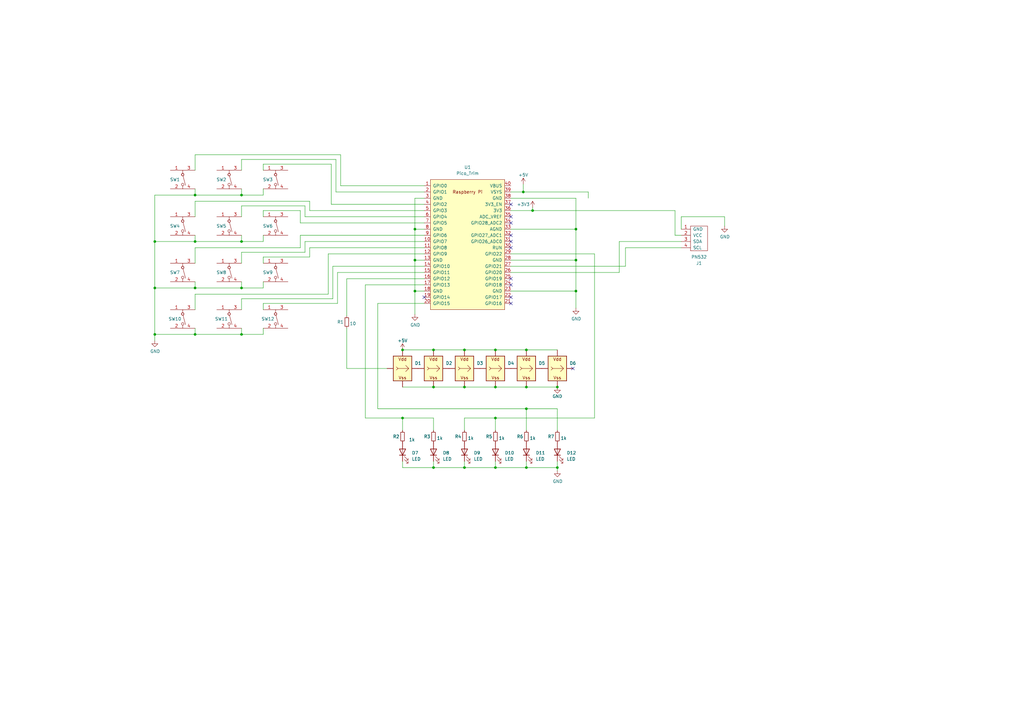
<source format=kicad_sch>
(kicad_sch (version 20230121) (generator eeschema)
  (paper "A3")
  (lib_symbols
    (symbol "Device:LED" (pin_numbers hide) (pin_names (offset 1.016) hide)
      (property "Reference" "D" (at 0 2.54 0))
      (property "Value" "LED" (at 0 -2.54 0))
      (symbol "LED_0_1"
        (polyline (pts (xy -1.27 -1.27) (xy -1.27 1.27)) (stroke (width 0.254)))
        (polyline (pts (xy -1.27 0) (xy 1.27 0)))
        (polyline (pts (xy 1.27 -1.27) (xy 1.27 1.27) (xy -1.27 0) (xy 1.27 -1.27)) (stroke (width 0.254)))
        (polyline (pts (xy -3.048 -0.762) (xy -4.572 -2.286) (xy -3.81 -2.286) (xy -4.572 -2.286) (xy -4.572 -1.524)))
        (polyline (pts (xy -1.778 -0.762) (xy -3.302 -2.286) (xy -2.54 -2.286) (xy -3.302 -2.286) (xy -3.302 -1.524)))
      )
      (symbol "LED_1_1"
        (pin passive line (at -3.81 0 0) (length 2.54) (name "K") (number "1"))
        (pin passive line (at 3.81 0 180) (length 2.54) (name "A") (number "2"))
      )
    )
    (symbol "Device:R_Small" (pin_numbers hide) (pin_names (offset 0.254) hide)
      (property "Reference" "R" (at 0.762 0.508 0))
      (property "Value" "R_Small" (at 0.762 -1.016 0))
      (symbol "R_Small_0_1"
        (rectangle (start -0.762 1.778) (end 0.762 -1.778) (stroke (width 0.2032)))
      )
      (symbol "R_Small_1_1"
        (pin passive line (at 0 2.54 270) (length 0.762) (name "~") (number "1"))
        (pin passive line (at 0 -2.54 90) (length 0.762) (name "~") (number "2"))
      )
    )
    (symbol "aic_pico:PN532" (pin_names (offset 1.016))
      (property "Reference" "J" (at -1.27 6.35 0))
      (property "Value" "PN532" (at 1.27 -6.985 0))
      (symbol "PN532_1_1"
        (rectangle (start -2.54 5.08) (end 4.445 -5.08))
        (pin power_in line (at -6.35 3.81 0) (length 3.81) (name "GND") (number "1"))
        (pin power_in line (at -6.35 1.27 0) (length 3.81) (name "VCC") (number "2"))
        (pin bidirectional line (at -6.35 -1.27 0) (length 3.81) (name "SDA") (number "3"))
        (pin bidirectional line (at -6.35 -3.81 0) (length 3.81) (name "SCL") (number "4"))
      )
    )
    (symbol "aic_pico:Pico_Trim" (pin_names (offset 1.016))
      (property "Reference" "U" (at -13.97 27.94 0))
      (property "Value" "Pico_Trim" (at 0 19.05 0))
      (symbol "Pico_Trim_0_0"
        (text "Raspberry Pi" (at 0 21.59 0) (effects (font (size 1.27 1.27))))
      )
      (symbol "Pico_Trim_0_1"
        (rectangle (start -15.24 26.67) (end 15.24 -26.67) (fill (type background)))
      )
      (symbol "Pico_Trim_1_1"
        (pin bidirectional line (at -17.78 24.13 0) (length 2.54) (name "GPIO0") (number "1"))
        (pin bidirectional line (at -17.78 1.27 0) (length 2.54) (name "GPIO7") (number "10"))
        (pin bidirectional line (at -17.78 -1.27 0) (length 2.54) (name "GPIO8") (number "11"))
        (pin bidirectional line (at -17.78 -3.81 0) (length 2.54) (name "GPIO9") (number "12"))
        (pin power_in line (at -17.78 -6.35 0) (length 2.54) (name "GND") (number "13"))
        (pin bidirectional line (at -17.78 -8.89 0) (length 2.54) (name "GPIO10") (number "14"))
        (pin bidirectional line (at -17.78 -11.43 0) (length 2.54) (name "GPIO11") (number "15"))
        (pin bidirectional line (at -17.78 -13.97 0) (length 2.54) (name "GPIO12") (number "16"))
        (pin bidirectional line (at -17.78 -16.51 0) (length 2.54) (name "GPIO13") (number "17"))
        (pin power_in line (at -17.78 -19.05 0) (length 2.54) (name "GND") (number "18"))
        (pin bidirectional line (at -17.78 -21.59 0) (length 2.54) (name "GPIO14") (number "19"))
        (pin bidirectional line (at -17.78 21.59 0) (length 2.54) (name "GPIO1") (number "2"))
        (pin bidirectional line (at -17.78 -24.13 0) (length 2.54) (name "GPIO15") (number "20"))
        (pin bidirectional line (at 17.78 -24.13 180) (length 2.54) (name "GPIO16") (number "21"))
        (pin bidirectional line (at 17.78 -21.59 180) (length 2.54) (name "GPIO17") (number "22"))
        (pin power_in line (at 17.78 -19.05 180) (length 2.54) (name "GND") (number "23"))
        (pin bidirectional line (at 17.78 -16.51 180) (length 2.54) (name "GPIO18") (number "24"))
        (pin bidirectional line (at 17.78 -13.97 180) (length 2.54) (name "GPIO19") (number "25"))
        (pin bidirectional line (at 17.78 -11.43 180) (length 2.54) (name "GPIO20") (number "26"))
        (pin bidirectional line (at 17.78 -8.89 180) (length 2.54) (name "GPIO21") (number "27"))
        (pin power_in line (at 17.78 -6.35 180) (length 2.54) (name "GND") (number "28"))
        (pin bidirectional line (at 17.78 -3.81 180) (length 2.54) (name "GPIO22") (number "29"))
        (pin power_in line (at -17.78 19.05 0) (length 2.54) (name "GND") (number "3"))
        (pin input line (at 17.78 -1.27 180) (length 2.54) (name "RUN") (number "30"))
        (pin bidirectional line (at 17.78 1.27 180) (length 2.54) (name "GPIO26_ADC0") (number "31"))
        (pin bidirectional line (at 17.78 3.81 180) (length 2.54) (name "GPIO27_ADC1") (number "32"))
        (pin power_in line (at 17.78 6.35 180) (length 2.54) (name "AGND") (number "33"))
        (pin bidirectional line (at 17.78 8.89 180) (length 2.54) (name "GPIO28_ADC2") (number "34"))
        (pin unspecified line (at 17.78 11.43 180) (length 2.54) (name "ADC_VREF") (number "35"))
        (pin unspecified line (at 17.78 13.97 180) (length 2.54) (name "3V3") (number "36"))
        (pin input line (at 17.78 16.51 180) (length 2.54) (name "3V3_EN") (number "37"))
        (pin bidirectional line (at 17.78 19.05 180) (length 2.54) (name "GND") (number "38"))
        (pin unspecified line (at 17.78 21.59 180) (length 2.54) (name "VSYS") (number "39"))
        (pin bidirectional line (at -17.78 16.51 0) (length 2.54) (name "GPIO2") (number "4"))
        (pin unspecified line (at 17.78 24.13 180) (length 2.54) (name "VBUS") (number "40"))
        (pin bidirectional line (at -17.78 13.97 0) (length 2.54) (name "GPIO3") (number "5"))
        (pin bidirectional line (at -17.78 11.43 0) (length 2.54) (name "GPIO4") (number "6"))
        (pin bidirectional line (at -17.78 8.89 0) (length 2.54) (name "GPIO5") (number "7"))
        (pin power_in line (at -17.78 6.35 0) (length 2.54) (name "GND") (number "8"))
        (pin bidirectional line (at -17.78 3.81 0) (length 2.54) (name "GPIO6") (number "9"))
      )
    )
    (symbol "aic_pico:SKRR_4pin" (pin_names (offset 0) hide)
      (property "Reference" "SW?" (at -0.635 -7.62 0))
      (symbol "SKRR_4pin_0_0"
        (circle (center 0 -2.032) (radius 0.508))
        (polyline (pts (xy 0.127 1.524) (xy 1.1684 -2.3622)))
        (circle (center 0 2.032) (radius 0.508))
        (circle (center 0 2.032) (radius 0.508))
      )
      (symbol "SKRR_4pin_0_1"
        (polyline (pts (xy 0 -2.54) (xy 0 -3.81)))
        (polyline (pts (xy 0 3.81) (xy 0 2.54)))
      )
      (symbol "SKRR_4pin_1_1"
        (pin passive line (at -5.08 3.81 0) (length 5.08) (name "~") (number "1"))
        (pin passive line (at -5.08 -3.81 0) (length 5.08) (name "~") (number "2"))
        (pin passive line (at 5.08 3.81 180) (length 5.08) (name "~") (number "3"))
        (pin passive line (at 5.08 -3.81 180) (length 5.08) (name "~") (number "4"))
      )
    )
    (symbol "aic_pico:WS2812B_Unified" (pin_numbers hide) (pin_names (offset 0.254) hide)
      (property "Reference" "D10" (at 2.54 6.35 0))
      (symbol "WS2812B_Unified_0_0"
        (polyline (pts (xy -1.905 0) (xy 2.54 0) (xy 1.27 1.27)))
        (text "Vdd" (at 0 3.81 0) (effects (font (size 1.27 1.27))))
        (text "Vss" (at 0 -3.81 0) (effects (font (size 1.27 1.27))))
      )
      (symbol "WS2812B_Unified_0_1"
        (rectangle (start -3.81 5.08) (end 3.81 -5.08) (stroke (width 0.254)) (fill (type background)))
        (polyline (pts (xy 1.27 -1.27) (xy 2.54 0)))
        (polyline (pts (xy -2.54 0.635) (xy -1.905 0) (xy -2.54 -0.635)))
      )
      (symbol "WS2812B_Unified_1_1"
        (pin power_in line (at 0 -7.62 90) (length 2.54) (name "VSS") (number "G"))
        (pin input line (at -6.35 0 0) (length 2.54) (name "In") (number "I"))
        (pin output line (at 6.35 0 180) (length 2.54) (name "Out") (number "O"))
        (pin power_in line (at 0 7.62 270) (length 2.54) (name "VDD") (number "V"))
      )
    )
    (symbol "power:+3V3" (power) (pin_names (offset 0))
      (property "Value" "+3V3" (at 0 3.556 0))
      (symbol "+3V3_0_1"
        (polyline (pts (xy -0.762 1.27) (xy 0 2.54)))
        (polyline (pts (xy 0 0) (xy 0 2.54)))
        (polyline (pts (xy 0 2.54) (xy 0.762 1.27)))
      )
      (symbol "+3V3_1_1"
        (pin power_in line (at 0 0 90) (length 0) hide (name "+3V3") (number "1"))
      )
    )
    (symbol "power:+5V" (power) (pin_names (offset 0))
      (property "Value" "+5V" (at 0 3.556 0))
      (symbol "+5V_0_1"
        (polyline (pts (xy -0.762 1.27) (xy 0 2.54)))
        (polyline (pts (xy 0 0) (xy 0 2.54)))
        (polyline (pts (xy 0 2.54) (xy 0.762 1.27)))
      )
      (symbol "+5V_1_1"
        (pin power_in line (at 0 0 90) (length 0) hide (name "+5V") (number "1"))
      )
    )
    (symbol "power:GND" (power) (pin_names (offset 0))
      (property "Value" "GND" (at 0 -3.81 0))
      (symbol "GND_0_1"
        (polyline (pts (xy 0 0) (xy 0 -1.27) (xy 1.27 -1.27) (xy 0 -2.54) (xy -1.27 -1.27) (xy 0 -1.27)))
      )
      (symbol "GND_1_1"
        (pin power_in line (at 0 0 270) (length 0) hide (name "GND") (number "1"))
      )
    )
  )
  (junction (at 80.01 118.11))
  (junction (at 63.5 118.11))
  (junction (at 177.8 158.75))
  (junction (at 215.9 143.51))
  (junction (at 190.5 143.51))
  (junction (at 80.01 137.16))
  (junction (at 190.5 158.75))
  (junction (at 177.8 143.51))
  (junction (at 215.9 167.64))
  (junction (at 203.2 158.75))
  (junction (at 165.1 143.51))
  (junction (at 170.18 119.38))
  (junction (at 165.1 171.45))
  (junction (at 214.63 78.74))
  (junction (at 63.5 99.06))
  (junction (at 218.44 86.36))
  (junction (at 228.6 158.75))
  (junction (at 99.06 99.06))
  (junction (at 80.01 80.01))
  (junction (at 99.06 118.11))
  (junction (at 99.06 137.16))
  (junction (at 63.5 137.16))
  (junction (at 203.2 143.51))
  (junction (at 215.9 158.75))
  (junction (at 215.9 191.77))
  (junction (at 190.5 191.77))
  (junction (at 203.2 191.77))
  (junction (at 170.18 106.68))
  (junction (at 203.2 171.45))
  (junction (at 170.18 93.98))
  (junction (at 99.06 80.01))
  (junction (at 177.8 191.77))
  (junction (at 236.22 106.68))
  (junction (at 236.22 93.98))
  (junction (at 228.6 191.77))
  (junction (at 236.22 119.38))
  (junction (at 80.01 99.06))
  (no_connect (at 173.99 121.92))
  (no_connect (at 209.55 124.46))
  (no_connect (at 209.55 121.92))
  (no_connect (at 209.55 101.6))
  (no_connect (at 209.55 83.82))
  (no_connect (at 209.55 88.9))
  (no_connect (at 209.55 91.44))
  (no_connect (at 234.95 151.13))
  (no_connect (at 209.55 99.06))
  (no_connect (at 209.55 96.52))
  (no_connect (at 209.55 116.84))
  (no_connect (at 209.55 114.3))
  (wire (pts (xy 138.43 111.76) (xy 138.43 124.46)))
  (wire (pts (xy 99.06 122.555) (xy 99.06 127)))
  (wire (pts (xy 256.54 101.6) (xy 279.4 101.6)))
  (wire (pts (xy 134.62 120.65) (xy 80.01 120.65)))
  (wire (pts (xy 209.55 86.36) (xy 218.44 86.36)))
  (wire (pts (xy 228.6 189.23) (xy 228.6 191.77)))
  (wire (pts (xy 63.5 80.01) (xy 80.01 80.01)))
  (wire (pts (xy 170.18 81.28) (xy 170.18 93.98)))
  (wire (pts (xy 165.1 191.77) (xy 177.8 191.77)))
  (wire (pts (xy 209.55 119.38) (xy 236.22 119.38)))
  (wire (pts (xy 125.095 103.505) (xy 99.06 103.505)))
  (wire (pts (xy 243.84 171.45) (xy 243.84 104.14)))
  (wire (pts (xy 203.2 171.45) (xy 203.2 176.53)))
  (wire (pts (xy 190.5 189.23) (xy 190.5 191.77)))
  (wire (pts (xy 165.1 158.75) (xy 177.8 158.75)))
  (wire (pts (xy 243.84 104.14) (xy 209.55 104.14)))
  (wire (pts (xy 107.95 134.62) (xy 107.95 137.16)))
  (wire (pts (xy 236.22 81.28) (xy 236.22 93.98)))
  (wire (pts (xy 99.06 118.11) (xy 80.01 118.11)))
  (wire (pts (xy 80.01 77.47) (xy 80.01 80.01)))
  (wire (pts (xy 173.99 101.6) (xy 127 101.6)))
  (wire (pts (xy 190.5 171.45) (xy 203.2 171.45)))
  (wire (pts (xy 279.4 88.9) (xy 297.18 88.9)))
  (wire (pts (xy 173.99 109.22) (xy 136.525 109.22)))
  (wire (pts (xy 80.01 82.55) (xy 80.01 88.9)))
  (wire (pts (xy 215.9 167.64) (xy 215.9 176.53)))
  (wire (pts (xy 276.86 96.52) (xy 279.4 96.52)))
  (wire (pts (xy 297.18 88.9) (xy 297.18 92.71)))
  (wire (pts (xy 107.95 107.95) (xy 107.95 105.41)))
  (wire (pts (xy 203.2 191.77) (xy 215.9 191.77)))
  (wire (pts (xy 190.5 171.45) (xy 190.5 176.53)))
  (wire (pts (xy 218.44 86.36) (xy 276.86 86.36)))
  (wire (pts (xy 215.9 158.75) (xy 228.6 158.75)))
  (wire (pts (xy 254 99.06) (xy 279.4 99.06)))
  (wire (pts (xy 173.99 116.84) (xy 149.86 116.84)))
  (wire (pts (xy 137.795 65.405) (xy 99.06 65.405)))
  (wire (pts (xy 173.99 83.82) (xy 135.89 83.82)))
  (wire (pts (xy 170.18 93.98) (xy 170.18 106.68)))
  (wire (pts (xy 236.22 119.38) (xy 236.22 126.365)))
  (wire (pts (xy 123.19 96.52) (xy 123.19 101.6)))
  (wire (pts (xy 279.4 93.98) (xy 279.4 88.9)))
  (wire (pts (xy 80.01 101.6) (xy 80.01 107.95)))
  (wire (pts (xy 135.89 83.82) (xy 135.89 67.31)))
  (wire (pts (xy 149.86 116.84) (xy 149.86 171.45)))
  (wire (pts (xy 190.5 158.75) (xy 203.2 158.75)))
  (wire (pts (xy 125.095 84.455) (xy 99.06 84.455)))
  (wire (pts (xy 107.95 77.47) (xy 107.95 80.01)))
  (wire (pts (xy 173.99 86.36) (xy 127 86.36)))
  (wire (pts (xy 107.95 96.52) (xy 107.95 99.06)))
  (wire (pts (xy 107.95 137.16) (xy 99.06 137.16)))
  (wire (pts (xy 80.01 118.11) (xy 63.5 118.11)))
  (wire (pts (xy 63.5 118.11) (xy 63.5 137.16)))
  (wire (pts (xy 125.095 88.9) (xy 125.095 84.455)))
  (wire (pts (xy 123.19 91.44) (xy 123.19 86.36)))
  (wire (pts (xy 203.2 158.75) (xy 215.9 158.75)))
  (wire (pts (xy 99.06 65.405) (xy 99.06 69.85)))
  (wire (pts (xy 173.99 91.44) (xy 123.19 91.44)))
  (wire (pts (xy 173.99 104.14) (xy 134.62 104.14)))
  (wire (pts (xy 99.06 103.505) (xy 99.06 107.95)))
  (wire (pts (xy 63.5 99.06) (xy 63.5 118.11)))
  (wire (pts (xy 215.9 143.51) (xy 228.6 143.51)))
  (wire (pts (xy 165.1 143.51) (xy 177.8 143.51)))
  (wire (pts (xy 136.525 109.22) (xy 136.525 122.555)))
  (wire (pts (xy 99.06 84.455) (xy 99.06 88.9)))
  (wire (pts (xy 173.99 96.52) (xy 123.19 96.52)))
  (wire (pts (xy 125.095 99.06) (xy 125.095 103.505)))
  (wire (pts (xy 142.24 114.3) (xy 142.24 129.54)))
  (wire (pts (xy 99.06 96.52) (xy 99.06 99.06)))
  (wire (pts (xy 107.95 105.41) (xy 127 105.41)))
  (wire (pts (xy 173.99 76.2) (xy 139.7 76.2)))
  (wire (pts (xy 165.1 171.45) (xy 165.1 176.53)))
  (wire (pts (xy 256.54 109.22) (xy 256.54 101.6)))
  (wire (pts (xy 177.8 171.45) (xy 177.8 176.53)))
  (wire (pts (xy 173.99 78.74) (xy 137.795 78.74)))
  (wire (pts (xy 107.95 86.36) (xy 123.19 86.36)))
  (wire (pts (xy 173.99 88.9) (xy 125.095 88.9)))
  (wire (pts (xy 218.44 85.09) (xy 218.44 86.36)))
  (wire (pts (xy 190.5 191.77) (xy 203.2 191.77)))
  (wire (pts (xy 80.01 120.65) (xy 80.01 127)))
  (wire (pts (xy 209.55 111.76) (xy 254 111.76)))
  (wire (pts (xy 80.01 99.06) (xy 63.5 99.06)))
  (wire (pts (xy 80.01 134.62) (xy 80.01 137.16)))
  (wire (pts (xy 177.8 191.77) (xy 190.5 191.77)))
  (wire (pts (xy 177.8 158.75) (xy 190.5 158.75)))
  (wire (pts (xy 107.95 124.46) (xy 138.43 124.46)))
  (wire (pts (xy 203.2 189.23) (xy 203.2 191.77)))
  (wire (pts (xy 177.8 143.51) (xy 190.5 143.51)))
  (wire (pts (xy 241.3 78.74) (xy 241.3 81.28)))
  (wire (pts (xy 254 111.76) (xy 254 99.06)))
  (wire (pts (xy 99.06 80.01) (xy 107.95 80.01)))
  (wire (pts (xy 165.1 171.45) (xy 177.8 171.45)))
  (wire (pts (xy 214.63 78.74) (xy 209.55 78.74)))
  (wire (pts (xy 127 82.55) (xy 80.01 82.55)))
  (wire (pts (xy 107.95 88.9) (xy 107.95 86.36)))
  (wire (pts (xy 203.2 171.45) (xy 243.84 171.45)))
  (wire (pts (xy 170.18 106.68) (xy 170.18 119.38)))
  (wire (pts (xy 107.95 69.85) (xy 107.95 67.31)))
  (wire (pts (xy 276.86 86.36) (xy 276.86 96.52)))
  (wire (pts (xy 99.06 134.62) (xy 99.06 137.16)))
  (wire (pts (xy 173.99 99.06) (xy 125.095 99.06)))
  (wire (pts (xy 99.06 137.16) (xy 80.01 137.16)))
  (wire (pts (xy 209.55 109.22) (xy 256.54 109.22)))
  (wire (pts (xy 165.1 189.23) (xy 165.1 191.77)))
  (wire (pts (xy 80.01 115.57) (xy 80.01 118.11)))
  (wire (pts (xy 142.24 134.62) (xy 142.24 151.13)))
  (wire (pts (xy 136.525 122.555) (xy 99.06 122.555)))
  (wire (pts (xy 173.99 114.3) (xy 142.24 114.3)))
  (wire (pts (xy 107.95 67.31) (xy 135.89 67.31)))
  (wire (pts (xy 173.99 81.28) (xy 170.18 81.28)))
  (wire (pts (xy 170.18 119.38) (xy 173.99 119.38)))
  (wire (pts (xy 236.22 106.68) (xy 236.22 119.38)))
  (wire (pts (xy 127 86.36) (xy 127 82.55)))
  (wire (pts (xy 127 101.6) (xy 127 105.41)))
  (wire (pts (xy 177.8 189.23) (xy 177.8 191.77)))
  (wire (pts (xy 173.99 111.76) (xy 138.43 111.76)))
  (wire (pts (xy 154.94 124.46) (xy 154.94 167.64)))
  (wire (pts (xy 209.55 81.28) (xy 236.22 81.28)))
  (wire (pts (xy 149.86 171.45) (xy 165.1 171.45)))
  (wire (pts (xy 190.5 143.51) (xy 203.2 143.51)))
  (wire (pts (xy 99.06 115.57) (xy 99.06 118.11)))
  (wire (pts (xy 209.55 106.68) (xy 236.22 106.68)))
  (wire (pts (xy 236.22 93.98) (xy 236.22 106.68)))
  (wire (pts (xy 215.9 167.64) (xy 228.6 167.64)))
  (wire (pts (xy 214.63 78.74) (xy 241.3 78.74)))
  (wire (pts (xy 209.55 93.98) (xy 236.22 93.98)))
  (wire (pts (xy 139.7 76.2) (xy 139.7 63.5)))
  (wire (pts (xy 154.94 167.64) (xy 215.9 167.64)))
  (wire (pts (xy 228.6 191.77) (xy 228.6 193.04)))
  (wire (pts (xy 142.24 151.13) (xy 158.75 151.13)))
  (wire (pts (xy 63.5 80.01) (xy 63.5 99.06)))
  (wire (pts (xy 80.01 63.5) (xy 80.01 69.85)))
  (wire (pts (xy 134.62 104.14) (xy 134.62 120.65)))
  (wire (pts (xy 173.99 124.46) (xy 154.94 124.46)))
  (wire (pts (xy 80.01 96.52) (xy 80.01 99.06)))
  (wire (pts (xy 107.95 127) (xy 107.95 124.46)))
  (wire (pts (xy 203.2 143.51) (xy 215.9 143.51)))
  (wire (pts (xy 170.18 93.98) (xy 173.99 93.98)))
  (wire (pts (xy 107.95 118.11) (xy 99.06 118.11)))
  (wire (pts (xy 80.01 80.01) (xy 99.06 80.01)))
  (wire (pts (xy 228.6 167.64) (xy 228.6 176.53)))
  (wire (pts (xy 63.5 137.16) (xy 63.5 139.7)))
  (wire (pts (xy 215.9 189.23) (xy 215.9 191.77)))
  (wire (pts (xy 80.01 137.16) (xy 63.5 137.16)))
  (wire (pts (xy 214.63 75.565) (xy 214.63 78.74)))
  (wire (pts (xy 215.9 191.77) (xy 228.6 191.77)))
  (wire (pts (xy 99.06 99.06) (xy 80.01 99.06)))
  (wire (pts (xy 107.95 99.06) (xy 99.06 99.06)))
  (wire (pts (xy 170.18 119.38) (xy 170.18 128.905)))
  (wire (pts (xy 170.18 106.68) (xy 173.99 106.68)))
  (wire (pts (xy 139.7 63.5) (xy 80.01 63.5)))
  (wire (pts (xy 123.19 101.6) (xy 80.01 101.6)))
  (wire (pts (xy 107.95 115.57) (xy 107.95 118.11)))
  (wire (pts (xy 99.06 77.47) (xy 99.06 80.01)))
  (wire (pts (xy 137.795 78.74) (xy 137.795 65.405)))
  (symbol (lib_id "power:+5V") (at 214.63 75.565 0) (unit 1)
    (property "Reference" "#PWR0114" (effects hide))
    (property "Value" "+5V" (at 214.63 71.755 0))
  )
  (symbol (lib_id "Device:LED") (at 215.9 185.42 90) (unit 1)
    (property "Reference" "D11" (at 219.71 185.7375 90) (effects (justify right)))
    (property "Value" "LED" (at 219.71 188.2775 90) (effects (justify right)))
    (property "Footprint" "LED_SMD:LED_0603_1608Metric_Pad1.05x0.95mm_HandSolder" (effects hide))
  )
  (symbol (lib_id "aic_pico:SKRR_4pin") (at 93.98 130.81 0) (unit 1)
    (property "Reference" "SW11" (at 90.805 130.81 0))
    (property "Value" "SKRR_4pin" (effects hide))
    (property "Footprint" "aic_pico:SKRR" (effects hide))
  )
  (symbol (lib_id "aic_pico:WS2812B_Unified") (at 165.1 151.13 0) (unit 1)
    (property "Reference" "D1" (at 171.45 148.971 0))
    (property "Value" "WS2812B_Unified" (effects hide))
    (property "Footprint" "aic_pico:WS2812B-1204" (effects hide))
  )
  (symbol (lib_id "Device:R_Small") (at 190.5 179.07 180) (unit 1)
    (property "Reference" "R4" (at 189.23 179.07 0) (effects (justify left)))
    (property "Value" "1k" (at 194.31 179.705 0) (effects (justify left)))
    (property "Footprint" "Resistor_SMD:R_0603_1608Metric" (effects hide))
    (property "LCSC" "C23186" (effects hide))
  )
  (symbol (lib_id "Device:LED") (at 228.6 185.42 90) (unit 1)
    (property "Reference" "D12" (at 232.41 185.7375 90) (effects (justify right)))
    (property "Value" "LED" (at 232.41 188.2775 90) (effects (justify right)))
    (property "Footprint" "LED_SMD:LED_0603_1608Metric_Pad1.05x0.95mm_HandSolder" (effects hide))
  )
  (symbol (lib_id "Device:R_Small") (at 228.6 179.07 180) (unit 1)
    (property "Reference" "R7" (at 227.33 179.07 0) (effects (justify left)))
    (property "Value" "1k" (at 232.41 179.705 0) (effects (justify left)))
    (property "Footprint" "Resistor_SMD:R_0603_1608Metric" (effects hide))
    (property "LCSC" "C23186" (effects hide))
  )
  (symbol (lib_id "Device:R_Small") (at 142.24 132.08 180) (unit 1)
    (property "Reference" "R1" (at 140.97 132.08 0) (effects (justify left)))
    (property "Value" "10" (at 146.05 132.715 0) (effects (justify left)))
    (property "Footprint" "Resistor_SMD:R_0603_1608Metric" (effects hide))
    (property "LCSC" "C23186" (effects hide))
  )
  (symbol (lib_id "power:GND") (at 170.18 128.905 0) (unit 1)
    (property "Reference" "#PWR0125" (effects hide))
    (property "Value" "GND" (at 170.307 133.2992 0))
  )
  (symbol (lib_id "power:GND") (at 236.22 126.365 0) (unit 1)
    (property "Reference" "#PWR0103" (effects hide))
    (property "Value" "GND" (at 236.347 130.7592 0))
  )
  (symbol (lib_id "aic_pico:SKRR_4pin") (at 93.98 73.66 0) (unit 1)
    (property "Reference" "SW2" (at 90.805 73.66 0))
    (property "Value" "SKRR_4pin" (effects hide))
    (property "Footprint" "aic_pico:SKRR" (effects hide))
  )
  (symbol (lib_id "aic_pico:SKRR_4pin") (at 74.93 73.66 0) (unit 1)
    (property "Reference" "SW1" (at 71.755 73.66 0))
    (property "Value" "SKRR_4pin" (effects hide))
    (property "Footprint" "aic_pico:SKRR" (effects hide))
  )
  (symbol (lib_id "aic_pico:SKRR_4pin") (at 93.98 92.71 0) (unit 1)
    (property "Reference" "SW5" (at 90.805 92.71 0))
    (property "Value" "SKRR_4pin" (effects hide))
    (property "Footprint" "aic_pico:SKRR" (effects hide))
  )
  (symbol (lib_id "aic_pico:WS2812B_Unified") (at 190.5 151.13 0) (unit 1)
    (property "Reference" "D3" (at 196.85 148.971 0))
    (property "Value" "WS2812B_Unified" (effects hide))
    (property "Footprint" "aic_pico:WS2812B-1204" (effects hide))
  )
  (symbol (lib_id "aic_pico:SKRR_4pin") (at 74.93 92.71 0) (unit 1)
    (property "Reference" "SW4" (at 71.755 92.71 0))
    (property "Value" "SKRR_4pin" (effects hide))
    (property "Footprint" "aic_pico:SKRR" (effects hide))
  )
  (symbol (lib_id "power:+5V") (at 165.1 143.51 0) (mirror y) (unit 1)
    (property "Reference" "#PWR01" (effects hide))
    (property "Value" "+5V" (at 165.1 139.7 0))
  )
  (symbol (lib_id "Device:LED") (at 190.5 185.42 90) (unit 1)
    (property "Reference" "D9" (at 194.31 185.7375 90) (effects (justify right)))
    (property "Value" "LED" (at 194.31 188.2775 90) (effects (justify right)))
    (property "Footprint" "LED_SMD:LED_0603_1608Metric_Pad1.05x0.95mm_HandSolder" (effects hide))
  )
  (symbol (lib_id "aic_pico:SKRR_4pin") (at 74.93 111.76 0) (unit 1)
    (property "Reference" "SW7" (at 71.755 111.76 0))
    (property "Value" "SKRR_4pin" (effects hide))
    (property "Footprint" "aic_pico:SKRR" (effects hide))
  )
  (symbol (lib_id "aic_pico:PN532") (at 285.75 97.79 0) (unit 1)
    (property "Reference" "J1" (at 286.7025 107.95 0))
    (property "Value" "PN532" (at 286.7025 105.41 0))
    (property "Footprint" "aic_pico:pn532_conn" (effects hide))
  )
  (symbol (lib_id "aic_pico:WS2812B_Unified") (at 203.2 151.13 0) (unit 1)
    (property "Reference" "D4" (at 209.55 148.971 0))
    (property "Value" "WS2812B_Unified" (effects hide))
    (property "Footprint" "aic_pico:WS2812B-1204" (effects hide))
  )
  (symbol (lib_id "aic_pico:SKRR_4pin") (at 93.98 111.76 0) (unit 1)
    (property "Reference" "SW8" (at 90.805 111.76 0))
    (property "Value" "SKRR_4pin" (effects hide))
    (property "Footprint" "aic_pico:SKRR" (effects hide))
  )
  (symbol (lib_id "aic_pico:SKRR_4pin") (at 113.03 73.66 0) (unit 1)
    (property "Reference" "SW3" (at 109.855 73.66 0))
    (property "Value" "SKRR_4pin" (effects hide))
    (property "Footprint" "aic_pico:SKRR" (effects hide))
  )
  (symbol (lib_id "Device:LED") (at 203.2 185.42 90) (unit 1)
    (property "Reference" "D10" (at 207.01 185.7375 90) (effects (justify right)))
    (property "Value" "LED" (at 207.01 188.2775 90) (effects (justify right)))
    (property "Footprint" "LED_SMD:LED_0603_1608Metric_Pad1.05x0.95mm_HandSolder" (effects hide))
  )
  (symbol (lib_id "aic_pico:Pico_Trim") (at 191.77 100.33 0) (unit 1)
    (property "Reference" "U1" (at 191.77 68.58 0))
    (property "Value" "Pico_Trim" (at 191.77 71.12 0))
    (property "Footprint" "aic_pico:RPi_Pico_SMD_No_USB" (effects hide))
  )
  (symbol (lib_id "Device:R_Small") (at 165.1 179.07 180) (unit 1)
    (property "Reference" "R2" (at 163.83 179.07 0) (effects (justify left)))
    (property "Value" "1k" (at 170.18 180.34 0) (effects (justify left)))
    (property "Footprint" "Resistor_SMD:R_0603_1608Metric" (effects hide))
    (property "LCSC" "C23186" (effects hide))
  )
  (symbol (lib_id "power:GND") (at 297.18 92.71 0) (unit 1)
    (property "Reference" "#PWR04" (effects hide))
    (property "Value" "GND" (at 297.307 97.1042 0))
  )
  (symbol (lib_id "aic_pico:WS2812B_Unified") (at 228.6 151.13 0) (unit 1)
    (property "Reference" "D6" (at 234.95 148.971 0))
    (property "Value" "WS2812B_Unified" (effects hide))
    (property "Footprint" "aic_pico:WS2812B-1204" (effects hide))
  )
  (symbol (lib_id "Device:R_Small") (at 215.9 179.07 180) (unit 1)
    (property "Reference" "R6" (at 214.63 179.07 0) (effects (justify left)))
    (property "Value" "1k" (at 219.71 179.705 0) (effects (justify left)))
    (property "Footprint" "Resistor_SMD:R_0603_1608Metric" (effects hide))
    (property "LCSC" "C23186" (effects hide))
  )
  (symbol (lib_id "aic_pico:SKRR_4pin") (at 113.03 111.76 0) (unit 1)
    (property "Reference" "SW9" (at 109.855 111.76 0))
    (property "Value" "SKRR_4pin" (effects hide))
    (property "Footprint" "aic_pico:SKRR" (effects hide))
  )
  (symbol (lib_id "power:GND") (at 63.5 139.7 0) (unit 1)
    (property "Reference" "#PWR0118" (effects hide))
    (property "Value" "GND" (at 63.627 144.0942 0))
  )
  (symbol (lib_id "Device:R_Small") (at 203.2 179.07 180) (unit 1)
    (property "Reference" "R5" (at 201.93 179.07 0) (effects (justify left)))
    (property "Value" "1k" (at 207.01 179.705 0) (effects (justify left)))
    (property "Footprint" "Resistor_SMD:R_0603_1608Metric" (effects hide))
    (property "LCSC" "C23186" (effects hide))
  )
  (symbol (lib_id "power:GND") (at 228.6 158.75 0) (unit 1)
    (property "Reference" "#PWR02" (effects hide))
    (property "Value" "GND" (at 228.6 162.56 0))
  )
  (symbol (lib_id "aic_pico:SKRR_4pin") (at 113.03 130.81 0) (unit 1)
    (property "Reference" "SW12" (at 109.855 130.81 0))
    (property "Value" "SKRR_4pin" (effects hide))
    (property "Footprint" "aic_pico:SKRR" (effects hide))
  )
  (symbol (lib_id "aic_pico:SKRR_4pin") (at 113.03 92.71 0) (unit 1)
    (property "Reference" "SW6" (at 109.855 92.71 0))
    (property "Value" "SKRR_4pin" (effects hide))
    (property "Footprint" "aic_pico:SKRR" (effects hide))
  )
  (symbol (lib_id "power:GND") (at 228.6 193.04 0) (unit 1)
    (property "Reference" "#PWR03" (effects hide))
    (property "Value" "GND" (at 228.727 197.4342 0))
  )
  (symbol (lib_id "aic_pico:WS2812B_Unified") (at 215.9 151.13 0) (unit 1)
    (property "Reference" "D5" (at 222.25 148.971 0))
    (property "Value" "WS2812B_Unified" (effects hide))
    (property "Footprint" "aic_pico:WS2812B-1204" (effects hide))
  )
  (symbol (lib_id "Device:LED") (at 177.8 185.42 90) (unit 1)
    (property "Reference" "D8" (at 181.61 185.7375 90) (effects (justify right)))
    (property "Value" "LED" (at 181.61 188.2775 90) (effects (justify right)))
    (property "Footprint" "LED_SMD:LED_0603_1608Metric_Pad1.05x0.95mm_HandSolder" (effects hide))
  )
  (symbol (lib_id "power:+3V3") (at 218.44 85.09 0) (unit 1)
    (property "Reference" "#PWR0111" (effects hide))
    (property "Value" "+3V3" (at 214.63 83.82 0))
  )
  (symbol (lib_id "aic_pico:WS2812B_Unified") (at 177.8 151.13 0) (unit 1)
    (property "Reference" "D2" (at 184.15 148.971 0))
    (property "Value" "WS2812B_Unified" (effects hide))
    (property "Footprint" "aic_pico:WS2812B-1204" (effects hide))
  )
  (symbol (lib_id "Device:R_Small") (at 177.8 179.07 180) (unit 1)
    (property "Reference" "R3" (at 176.53 179.07 0) (effects (justify left)))
    (property "Value" "1k" (at 181.61 179.705 0) (effects (justify left)))
    (property "Footprint" "Resistor_SMD:R_0603_1608Metric" (effects hide))
    (property "LCSC" "C23186" (effects hide))
  )
  (symbol (lib_id "Device:LED") (at 165.1 185.42 90) (unit 1)
    (property "Reference" "D7" (at 168.91 185.7375 90) (effects (justify right)))
    (property "Value" "LED" (at 168.91 188.2775 90) (effects (justify right)))
    (property "Footprint" "LED_SMD:LED_0603_1608Metric_Pad1.05x0.95mm_HandSolder" (effects hide))
  )
  (symbol (lib_id "aic_pico:SKRR_4pin") (at 74.93 130.81 0) (unit 1)
    (property "Reference" "SW10" (at 71.755 130.81 0))
    (property "Value" "SKRR_4pin" (effects hide))
    (property "Footprint" "aic_pico:SKRR" (effects hide))
  )
)
</source>
